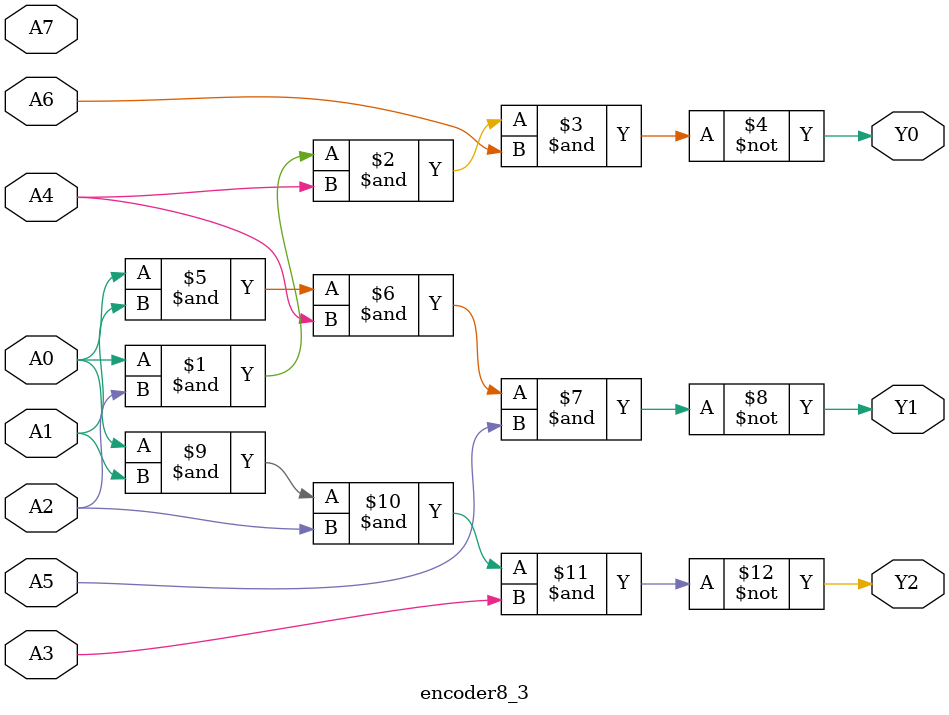
<source format=v>
module encoder8_3(
    input A0,
    input A1,
    input A2,
    input A3,
    input A4,
    input A5,
    input A6,
    input A7,
    output Y0,
    output Y1,
    output Y2);
    assign Y0 = ~(A0 & A2 & A4 & A6);
    assign Y1 = ~(A0 & A1 & A4 & A5);
    assign Y2 = ~(A0 & A1 & A2 & A3); 
endmodule
</source>
